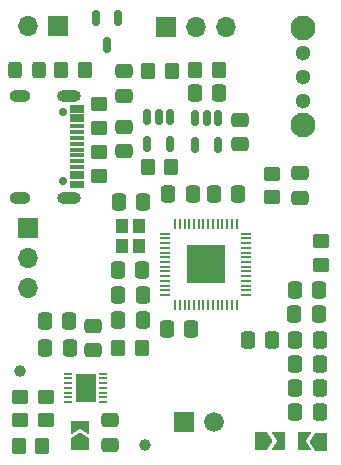
<source format=gbr>
%TF.GenerationSoftware,KiCad,Pcbnew,7.0.9*%
%TF.CreationDate,2024-08-20T21:59:07+03:00*%
%TF.ProjectId,LED-HeadBand,4c45442d-4865-4616-9442-616e642e6b69,rev?*%
%TF.SameCoordinates,Original*%
%TF.FileFunction,Soldermask,Top*%
%TF.FilePolarity,Negative*%
%FSLAX46Y46*%
G04 Gerber Fmt 4.6, Leading zero omitted, Abs format (unit mm)*
G04 Created by KiCad (PCBNEW 7.0.9) date 2024-08-20 21:59:07*
%MOMM*%
%LPD*%
G01*
G04 APERTURE LIST*
G04 Aperture macros list*
%AMRoundRect*
0 Rectangle with rounded corners*
0 $1 Rounding radius*
0 $2 $3 $4 $5 $6 $7 $8 $9 X,Y pos of 4 corners*
0 Add a 4 corners polygon primitive as box body*
4,1,4,$2,$3,$4,$5,$6,$7,$8,$9,$2,$3,0*
0 Add four circle primitives for the rounded corners*
1,1,$1+$1,$2,$3*
1,1,$1+$1,$4,$5*
1,1,$1+$1,$6,$7*
1,1,$1+$1,$8,$9*
0 Add four rect primitives between the rounded corners*
20,1,$1+$1,$2,$3,$4,$5,0*
20,1,$1+$1,$4,$5,$6,$7,0*
20,1,$1+$1,$6,$7,$8,$9,0*
20,1,$1+$1,$8,$9,$2,$3,0*%
%AMFreePoly0*
4,1,6,1.000000,0.000000,0.500000,-0.750000,-0.500000,-0.750000,-0.500000,0.750000,0.500000,0.750000,1.000000,0.000000,1.000000,0.000000,$1*%
%AMFreePoly1*
4,1,6,0.500000,-0.750000,-0.650000,-0.750000,-0.150000,0.000000,-0.650000,0.750000,0.500000,0.750000,0.500000,-0.750000,0.500000,-0.750000,$1*%
G04 Aperture macros list end*
%ADD10C,0.700025*%
%ADD11O,2.000000X1.000000*%
%ADD12O,1.800000X1.000000*%
%ADD13R,1.300000X0.300000*%
%ADD14FreePoly0,180.000000*%
%ADD15FreePoly1,180.000000*%
%ADD16RoundRect,0.250000X-0.337500X-0.475000X0.337500X-0.475000X0.337500X0.475000X-0.337500X0.475000X0*%
%ADD17RoundRect,0.250000X-0.450000X0.350000X-0.450000X-0.350000X0.450000X-0.350000X0.450000X0.350000X0*%
%ADD18RoundRect,0.250000X0.450000X-0.350000X0.450000X0.350000X-0.450000X0.350000X-0.450000X-0.350000X0*%
%ADD19RoundRect,0.250000X-0.475000X0.337500X-0.475000X-0.337500X0.475000X-0.337500X0.475000X0.337500X0*%
%ADD20RoundRect,0.150000X-0.150000X0.512500X-0.150000X-0.512500X0.150000X-0.512500X0.150000X0.512500X0*%
%ADD21RoundRect,0.250000X0.350000X0.450000X-0.350000X0.450000X-0.350000X-0.450000X0.350000X-0.450000X0*%
%ADD22R,1.700000X1.700000*%
%ADD23O,1.700000X1.700000*%
%ADD24RoundRect,0.050000X-0.050000X0.387500X-0.050000X-0.387500X0.050000X-0.387500X0.050000X0.387500X0*%
%ADD25RoundRect,0.050000X-0.387500X0.050000X-0.387500X-0.050000X0.387500X-0.050000X0.387500X0.050000X0*%
%ADD26R,3.200000X3.200000*%
%ADD27C,2.100000*%
%ADD28C,1.300000*%
%ADD29RoundRect,0.250000X0.337500X0.475000X-0.337500X0.475000X-0.337500X-0.475000X0.337500X-0.475000X0*%
%ADD30R,1.000000X1.150000*%
%ADD31RoundRect,0.250000X-0.350000X-0.450000X0.350000X-0.450000X0.350000X0.450000X-0.350000X0.450000X0*%
%ADD32R,0.700000X0.250000*%
%ADD33R,1.780000X2.350000*%
%ADD34RoundRect,0.250000X0.475000X-0.337500X0.475000X0.337500X-0.475000X0.337500X-0.475000X-0.337500X0*%
%ADD35FreePoly0,90.000000*%
%ADD36FreePoly1,90.000000*%
%ADD37C,1.000000*%
%ADD38RoundRect,0.250000X0.325000X0.450000X-0.325000X0.450000X-0.325000X-0.450000X0.325000X-0.450000X0*%
%ADD39FreePoly0,0.000000*%
%ADD40FreePoly1,0.000000*%
%ADD41R,1.676403X1.676403*%
%ADD42C,1.676403*%
G04 APERTURE END LIST*
D10*
%TO.C,U6*%
X128975975Y-34739982D03*
X128975975Y-40520018D03*
D11*
X129506075Y-33309959D03*
X129506075Y-41950041D03*
D12*
X125325988Y-33309959D03*
X125325988Y-41950041D03*
D13*
X130156062Y-34279987D03*
X130156062Y-35080089D03*
X130156062Y-36380064D03*
X130156062Y-37380064D03*
X130156062Y-37879936D03*
X130156062Y-38879682D03*
X130155808Y-40180165D03*
X130156062Y-40980013D03*
X130156062Y-40680038D03*
X130155808Y-39879936D03*
X130156062Y-39380064D03*
X130156062Y-38380064D03*
X130156062Y-36879936D03*
X130156062Y-35879936D03*
X130156062Y-35380064D03*
X130156062Y-34579962D03*
%TD*%
D14*
%TO.C,JP3*%
X150805000Y-62649200D03*
D15*
X149355000Y-62560000D03*
%TD*%
D16*
%TO.C,C20*%
X140152500Y-33120000D03*
X142227500Y-33120000D03*
%TD*%
D17*
%TO.C,R10*%
X146700000Y-39920000D03*
X146700000Y-41920000D03*
%TD*%
D18*
%TO.C,R9*%
X150820000Y-47650000D03*
X150820000Y-45650000D03*
%TD*%
%TO.C,R3*%
X125349000Y-60810000D03*
X125349000Y-58810000D03*
%TD*%
D19*
%TO.C,C12*%
X149030000Y-39902500D03*
X149030000Y-41977500D03*
%TD*%
D16*
%TO.C,C7*%
X133652500Y-52310000D03*
X135727500Y-52310000D03*
%TD*%
D20*
%TO.C,Q1*%
X133639600Y-26782600D03*
X131739600Y-26782600D03*
X132689600Y-29057600D03*
%TD*%
D16*
%TO.C,C4*%
X137773500Y-53035200D03*
X139848500Y-53035200D03*
%TD*%
D21*
%TO.C,R11*%
X142170000Y-31150000D03*
X140170000Y-31150000D03*
%TD*%
D18*
%TO.C,R6*%
X132070000Y-36030000D03*
X132070000Y-34030000D03*
%TD*%
D22*
%TO.C,J2*%
X137685000Y-27490000D03*
D23*
X140225000Y-27490000D03*
X142765000Y-27490000D03*
%TD*%
D24*
%TO.C,U2*%
X143671600Y-44162100D03*
X143271600Y-44162100D03*
X142871600Y-44162100D03*
X142471600Y-44162100D03*
X142071600Y-44162100D03*
X141671600Y-44162100D03*
X141271600Y-44162100D03*
X140871600Y-44162100D03*
X140471600Y-44162100D03*
X140071600Y-44162100D03*
X139671600Y-44162100D03*
X139271600Y-44162100D03*
X138871600Y-44162100D03*
X138471600Y-44162100D03*
D25*
X137634100Y-44999600D03*
X137634100Y-45399600D03*
X137634100Y-45799600D03*
X137634100Y-46199600D03*
X137634100Y-46599600D03*
X137634100Y-46999600D03*
X137634100Y-47399600D03*
X137634100Y-47799600D03*
X137634100Y-48199600D03*
X137634100Y-48599600D03*
X137634100Y-48999600D03*
X137634100Y-49399600D03*
X137634100Y-49799600D03*
X137634100Y-50199600D03*
D24*
X138471600Y-51037100D03*
X138871600Y-51037100D03*
X139271600Y-51037100D03*
X139671600Y-51037100D03*
X140071600Y-51037100D03*
X140471600Y-51037100D03*
X140871600Y-51037100D03*
X141271600Y-51037100D03*
X141671600Y-51037100D03*
X142071600Y-51037100D03*
X142471600Y-51037100D03*
X142871600Y-51037100D03*
X143271600Y-51037100D03*
X143671600Y-51037100D03*
D25*
X144509100Y-50199600D03*
X144509100Y-49799600D03*
X144509100Y-49399600D03*
X144509100Y-48999600D03*
X144509100Y-48599600D03*
X144509100Y-48199600D03*
X144509100Y-47799600D03*
X144509100Y-47399600D03*
X144509100Y-46999600D03*
X144509100Y-46599600D03*
X144509100Y-46199600D03*
X144509100Y-45799600D03*
X144509100Y-45399600D03*
X144509100Y-44999600D03*
D26*
X141071600Y-47599600D03*
%TD*%
D21*
%TO.C,R4*%
X138140000Y-39390000D03*
X136140000Y-39390000D03*
%TD*%
D27*
%TO.C,SW2*%
X149280000Y-35830000D03*
X149280000Y-27630000D03*
D28*
X149280000Y-33730000D03*
X149280000Y-31730000D03*
X149280000Y-29730000D03*
%TD*%
D29*
%TO.C,C6*%
X150643500Y-51816000D03*
X148568500Y-51816000D03*
%TD*%
D30*
%TO.C,Y1*%
X135380000Y-46075000D03*
X135380000Y-44325000D03*
X133980000Y-44325000D03*
X133980000Y-46075000D03*
%TD*%
D20*
%TO.C,U4*%
X142090000Y-35192500D03*
X141140000Y-35192500D03*
X140190000Y-35192500D03*
X140190000Y-37467500D03*
X142090000Y-37467500D03*
%TD*%
D29*
%TO.C,C8*%
X150697500Y-53975000D03*
X148622500Y-53975000D03*
%TD*%
D31*
%TO.C,R8*%
X133650000Y-54660000D03*
X135650000Y-54660000D03*
%TD*%
D22*
%TO.C,J1*%
X126040000Y-44540000D03*
D23*
X126040000Y-47080000D03*
X126040000Y-49620000D03*
%TD*%
D22*
%TO.C,BT1*%
X128579800Y-27381200D03*
D23*
X126039800Y-27381200D03*
%TD*%
D16*
%TO.C,C1*%
X141761300Y-41656000D03*
X143836300Y-41656000D03*
%TD*%
D32*
%TO.C,U1*%
X129430000Y-56862500D03*
X129430000Y-57262500D03*
X129430000Y-57662500D03*
X129430000Y-58062500D03*
X129430000Y-58462500D03*
X129430000Y-58862500D03*
X129430000Y-59262500D03*
X132380000Y-59262500D03*
X132380000Y-58862500D03*
X132380000Y-58462500D03*
X132380000Y-58062500D03*
X132380000Y-57662500D03*
X132380000Y-57262500D03*
X132380000Y-56862500D03*
D33*
X130905000Y-58062500D03*
%TD*%
D34*
%TO.C,C22*%
X134180000Y-38017500D03*
X134180000Y-35942500D03*
%TD*%
D35*
%TO.C,JP1*%
X130429000Y-62795000D03*
D36*
X130429000Y-61345000D03*
%TD*%
D37*
%TO.C,M-IN*%
X135890000Y-62865000D03*
%TD*%
D38*
%TO.C,D1*%
X126958200Y-31140400D03*
X124908200Y-31140400D03*
%TD*%
D37*
%TO.C,MOUT*%
X125349000Y-56642000D03*
%TD*%
D16*
%TO.C,C14*%
X133622500Y-48120000D03*
X135697500Y-48120000D03*
%TD*%
D21*
%TO.C,R12*%
X138180000Y-31230000D03*
X136180000Y-31230000D03*
%TD*%
D29*
%TO.C,C11*%
X150687500Y-49730000D03*
X148612500Y-49730000D03*
%TD*%
D19*
%TO.C,C17*%
X131530000Y-52792500D03*
X131530000Y-54867500D03*
%TD*%
D18*
%TO.C,R2*%
X127508000Y-60817000D03*
X127508000Y-58817000D03*
%TD*%
D19*
%TO.C,C19*%
X132969000Y-60811500D03*
X132969000Y-62886500D03*
%TD*%
D16*
%TO.C,C16*%
X127462500Y-54670000D03*
X129537500Y-54670000D03*
%TD*%
D34*
%TO.C,C18*%
X143990000Y-37447500D03*
X143990000Y-35372500D03*
%TD*%
D29*
%TO.C,C10*%
X150719000Y-58034000D03*
X148644000Y-58034000D03*
%TD*%
D21*
%TO.C,R5*%
X130844800Y-31140400D03*
X128844800Y-31140400D03*
%TD*%
D39*
%TO.C,JP2*%
X145785000Y-62580000D03*
D40*
X147235000Y-62580000D03*
%TD*%
D31*
%TO.C,R1*%
X125238000Y-62950000D03*
X127238000Y-62950000D03*
%TD*%
D29*
%TO.C,C24*%
X150719000Y-60066000D03*
X148644000Y-60066000D03*
%TD*%
D16*
%TO.C,C15*%
X127442500Y-52410000D03*
X129517500Y-52410000D03*
%TD*%
D41*
%TO.C,U7*%
X139239994Y-60990000D03*
D42*
X141780000Y-60990000D03*
%TD*%
D17*
%TO.C,R7*%
X132060000Y-38090000D03*
X132060000Y-40090000D03*
%TD*%
D29*
%TO.C,C13*%
X135757500Y-42320000D03*
X133682500Y-42320000D03*
%TD*%
%TO.C,C9*%
X150719000Y-56002000D03*
X148644000Y-56002000D03*
%TD*%
%TO.C,C2*%
X139975500Y-41656000D03*
X137900500Y-41656000D03*
%TD*%
D20*
%TO.C,U5*%
X138030000Y-35152500D03*
X137080000Y-35152500D03*
X136130000Y-35152500D03*
X136130000Y-37427500D03*
X138030000Y-37427500D03*
%TD*%
D34*
%TO.C,C21*%
X134140000Y-33347500D03*
X134140000Y-31272500D03*
%TD*%
D29*
%TO.C,C5*%
X146706500Y-53975000D03*
X144631500Y-53975000D03*
%TD*%
D16*
%TO.C,C3*%
X133652500Y-50170000D03*
X135727500Y-50170000D03*
%TD*%
M02*

</source>
